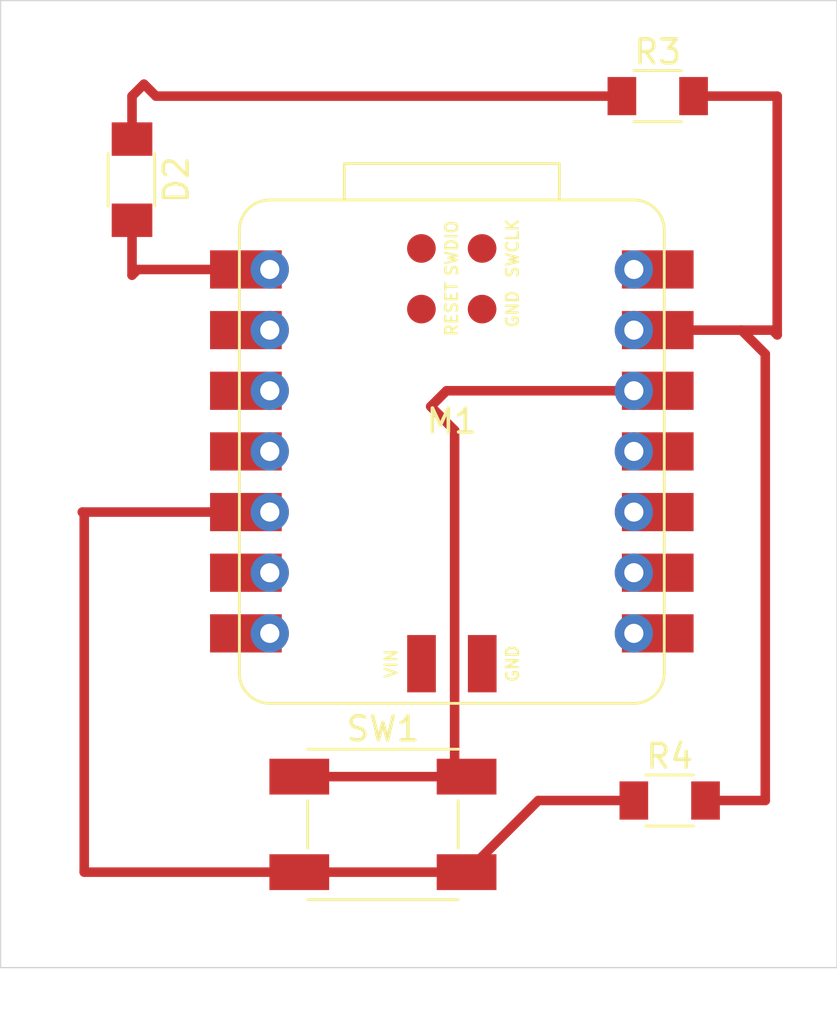
<source format=kicad_pcb>
(kicad_pcb (version 20241229) (generator "pcbnew") (generator_version "9.0")
  (layers (0 "F.Cu" signal) (2 "B.Cu" signal) (13 "F.Paste" user) (15 "B.Paste" user) (5 "F.SilkS" user "F.Silkscreen") (7 "B.SilkS" user "B.Silkscreen") (1 "F.Mask" user) (3 "B.Mask" user) (25 "Edge.Cuts" user))
  (net 0 "")
  (net 2 "Net-(M1-D4)")
  (net 4 "Net-(M1-3V3)")
  (net 9 "Net-(M1-GND-Pad13)")
  (net 20 "Net-(D2-A)")
  (net 21 "Net-(D2-K)")
  (footprint "fab:LED_1206" (layer "F.Cu") (at 112.5 67.5 -90)
    (property "Reference" "D2" (at 0 -1.85 90) (layer "F.SilkS"))
    (property "Value" "LED_1206")
    (fp_line (start -1.1 1) (end 1.1 1) (stroke (width 0.12)) (layer "F.SilkS"))
    (fp_line (start -1.1 -0.95) (end 1.1 -0.95) (stroke (width 0.12)) (layer "F.SilkS"))
    (pad "1" smd rect (at -1.7 0 270) (size 1.4 1.7) (layers "F.Cu" "F.Mask" "F.Paste") (net 21 "Net-(D2-K)"))
    (pad "2" smd rect (at 1.7 0 270) (size 1.4 1.7) (layers "F.Cu" "F.Mask" "F.Paste") (net 20 "Net-(D2-A)"))
  )
  (footprint "fab:Button_Omron_B3SN_6.0x6.0mm" (layer "F.Cu") (at 123 94.5)
    (property "Reference" "SW1" (at 0 -4 0) (layer "F.SilkS"))
    (property "Value" "Switch_Tactile_Omron")
    (fp_line (start -3.15 -3.15) (end 3.15 -3.15) (stroke (width 0.12)) (layer "F.SilkS"))
    (fp_line (start -3.15 1) (end -3.15 -1) (stroke (width 0.12)) (layer "F.SilkS"))
    (fp_line (start 3.15 -1) (end 3.15 1) (stroke (width 0.12)) (layer "F.SilkS"))
    (fp_line (start 3.15 3.15) (end -3.15 3.15) (stroke (width 0.12)) (layer "F.SilkS"))
    (pad "1" smd rect (at -3.5 -2) (size 2.5 1.5) (layers "F.Cu" "F.Mask" "F.Paste") (net 4 "Net-(M1-3V3)"))
    (pad "1" smd rect (at 3.5 -2) (size 2.5 1.5) (layers "F.Cu" "F.Mask" "F.Paste") (net 4 "Net-(M1-3V3)"))
    (pad "2" smd rect (at -3.5 2) (size 2.5 1.5) (layers "F.Cu" "F.Mask" "F.Paste") (net 2 "Net-(M1-D4)"))
    (pad "2" smd rect (at 3.5 2) (size 2.5 1.5) (layers "F.Cu" "F.Mask" "F.Paste") (net 2 "Net-(M1-D4)"))
  )
  (footprint "fab:R_1206" (layer "F.Cu") (at 134.5 64)
    (property "Reference" "R3" (at 0 -1.85 0) (layer "F.SilkS"))
    (property "Value" "R_1206")
    (fp_line (start -1 -1.07) (end 1 -1.07) (stroke (width 0.12)) (layer "F.SilkS"))
    (fp_line (start 1 1.07) (end -1 1.07) (stroke (width 0.12)) (layer "F.SilkS"))
    (pad "1" smd rect (at -1.5 0) (size 1.2 1.6) (layers "F.Cu" "F.Mask" "F.Paste") (net 21 "Net-(D2-K)"))
    (pad "2" smd rect (at 1.5 0) (size 1.2 1.6) (layers "F.Cu" "F.Mask" "F.Paste") (net 9 "Net-(M1-GND-Pad13)"))
  )
  (footprint "fab:SeeedStudio_XIAO_RP2040" (layer "F.Cu") (at 125.88 78.88)
    (property "Reference" "M1" (at 0 -1.27 0) (layer "F.SilkS"))
    (property "Value" "Module_XIAO-RP2040")
    (fp_line (start -8.8875 9.281) (end -8.8875 -9.261) (stroke (width 0.12)) (layer "F.SilkS"))
    (fp_line (start -7.6175 -10.531) (end 7.6225 -10.531) (stroke (width 0.12)) (layer "F.SilkS"))
    (fp_line (start 7.6225 10.551) (end -7.6175 10.551) (stroke (width 0.12)) (layer "F.SilkS"))
    (fp_line (start 8.8925 -9.261) (end 8.8925 9.281) (stroke (width 0.12)) (layer "F.SilkS"))
    (fp_rect (start -4.4975 -10.531) (end 4.5025 -12.055) (stroke (width 0.12)) (fill no) (layer "F.SilkS"))
    (fp_arc (start -8.8875 -9.261) (mid -8.515526 -10.159026) (end -7.6175 -10.531) (stroke (width 0.12)) (layer "F.SilkS"))
    (fp_arc (start -7.6175 10.551) (mid -8.515526 10.179026) (end -8.8875 9.281) (stroke (width 0.12)) (layer "F.SilkS"))
    (fp_arc (start 7.6225 -10.531) (mid 8.520526 -10.159026) (end 8.8925 -9.261) (stroke (width 0.12)) (layer "F.SilkS"))
    (fp_arc (start 8.8925 9.281) (mid 8.520526 10.179026) (end 7.6225 10.551) (stroke (width 0.12)) (layer "F.SilkS"))
    (fp_text user "GND" (at 2.545 8.89 90) (layer "F.SilkS") (effects (font (size 0.5 0.5) (thickness 0.1) (bold yes))))
    (fp_text user "SWDIO" (at 0 -8.5 90) (layer "F.SilkS") (effects (font (size 0.5 0.5) (thickness 0.1) (bold yes))))
    (fp_text user "VIN" (at -2.535 8.89 90) (layer "F.SilkS") (effects (font (size 0.5 0.5) (thickness 0.1) (bold yes))))
    (fp_text user "RESET" (at 0 -5.96 90) (layer "F.SilkS") (effects (font (size 0.5 0.5) (thickness 0.1) (bold yes))))
    (fp_text user "GND" (at 2.54 -5.96 90) (layer "F.SilkS") (effects (font (size 0.5 0.5) (thickness 0.1) (bold yes))))
    (fp_text user "SWCLK" (at 2.54 -8.5 90) (layer "F.SilkS") (effects (font (size 0.5 0.5) (thickness 0.1) (bold yes))))
    (pad "1" thru_hole circle (at -7.615 -7.62) (size 1.6 1.6) (drill 0.8) (layers "*.Cu" "*.Mask") (net 20 "Net-(D2-A)"))
    (pad "1" smd rect (at -7.615 -7.62) (size 3 1.6) (drill (offset -1 0)) (layers "F.Cu" "F.Mask" "F.Paste") (net 20 "Net-(D2-A)"))
    (pad "2" thru_hole circle (at -7.615 -5.08) (size 1.6 1.6) (drill 0.8) (layers "*.Cu" "*.Mask"))
    (pad "2" smd rect (at -7.615 -5.08) (size 3 1.6) (drill (offset -1 0)) (layers "F.Cu" "F.Mask" "F.Paste"))
    (pad "3" thru_hole circle (at -7.615 -2.54) (size 1.6 1.6) (drill 0.8) (layers "*.Cu" "*.Mask"))
    (pad "3" smd rect (at -7.615 -2.54) (size 3 1.6) (drill (offset -1 0)) (layers "F.Cu" "F.Mask" "F.Paste"))
    (pad "4" thru_hole circle (at -7.615 0) (size 1.6 1.6) (drill 0.8) (layers "*.Cu" "*.Mask"))
    (pad "4" smd rect (at -7.615 0) (size 3 1.6) (drill (offset -1 0)) (layers "F.Cu" "F.Mask" "F.Paste"))
    (pad "5" thru_hole circle (at -7.615 2.54) (size 1.6 1.6) (drill 0.8) (layers "*.Cu" "*.Mask") (net 2 "Net-(M1-D4)"))
    (pad "5" smd rect (at -7.615 2.54) (size 3 1.6) (drill (offset -1 0)) (layers "F.Cu" "F.Mask" "F.Paste") (net 2 "Net-(M1-D4)"))
    (pad "6" thru_hole circle (at -7.615 5.08) (size 1.6 1.6) (drill 0.8) (layers "*.Cu" "*.Mask"))
    (pad "6" smd rect (at -7.615 5.08) (size 3 1.6) (drill (offset -1 0)) (layers "F.Cu" "F.Mask" "F.Paste"))
    (pad "7" thru_hole circle (at -7.615 7.62) (size 1.6 1.6) (drill 0.8) (layers "*.Cu" "*.Mask"))
    (pad "7" smd rect (at -7.615 7.62) (size 3 1.6) (drill (offset -1 0)) (layers "F.Cu" "F.Mask" "F.Paste"))
    (pad "8" thru_hole circle (at 7.62 7.62) (size 1.6 1.6) (drill 0.8) (layers "*.Cu" "*.Mask"))
    (pad "8" smd rect (at 7.62 7.62) (size 3 1.6) (drill (offset 1 0)) (layers "F.Cu" "F.Mask" "F.Paste"))
    (pad "9" thru_hole circle (at 7.62 5.08) (size 1.6 1.6) (drill 0.8) (layers "*.Cu" "*.Mask"))
    (pad "9" smd rect (at 7.62 5.08) (size 3 1.6) (drill (offset 1 0)) (layers "F.Cu" "F.Mask" "F.Paste"))
    (pad "10" thru_hole circle (at 7.62 2.54) (size 1.6 1.6) (drill 0.8) (layers "*.Cu" "*.Mask"))
    (pad "10" smd rect (at 7.62 2.54) (size 3 1.6) (drill (offset 1 0)) (layers "F.Cu" "F.Mask" "F.Paste"))
    (pad "11" thru_hole circle (at 7.62 0) (size 1.6 1.6) (drill 0.8) (layers "*.Cu" "*.Mask"))
    (pad "11" smd rect (at 7.62 0) (size 3 1.6) (drill (offset 1 0)) (layers "F.Cu" "F.Mask" "F.Paste"))
    (pad "12" thru_hole circle (at 7.62 -2.54) (size 1.6 1.6) (drill 0.8) (layers "*.Cu" "*.Mask") (net 4 "Net-(M1-3V3)"))
    (pad "12" smd rect (at 7.62 -2.54) (size 3 1.6) (drill (offset 1 0)) (layers "F.Cu" "F.Mask" "F.Paste") (net 4 "Net-(M1-3V3)"))
    (pad "13" thru_hole circle (at 7.62 -5.08) (size 1.6 1.6) (drill 0.8) (layers "*.Cu" "*.Mask") (net 9 "Net-(M1-GND-Pad13)"))
    (pad "13" smd rect (at 7.62 -5.08) (size 3 1.6) (drill (offset 1 0)) (layers "F.Cu" "F.Mask" "F.Paste") (net 9 "Net-(M1-GND-Pad13)"))
    (pad "14" thru_hole circle (at 7.62 -7.62) (size 1.6 1.6) (drill 0.8) (layers "*.Cu" "*.Mask"))
    (pad "14" smd rect (at 7.62 -7.62) (size 3 1.6) (drill (offset 1 0)) (layers "F.Cu" "F.Mask" "F.Paste"))
    (pad "15" smd rect (at 1.275 8.89 270) (size 2.4 1.2) (layers "F.Cu" "F.Mask" "F.Paste"))
    (pad "16" smd rect (at -1.265 8.89 270) (size 2.4 1.2) (layers "F.Cu" "F.Mask" "F.Paste"))
    (pad "17" smd circle (at -1.27 -8.5) (size 1.2 1.2) (layers "F.Cu" "F.Mask" "F.Paste"))
    (pad "18" smd circle (at -1.27 -5.96) (size 1.2 1.2) (layers "F.Cu" "F.Mask" "F.Paste"))
    (pad "19" smd circle (at 1.27 -5.96) (size 1.2 1.2) (layers "F.Cu" "F.Mask" "F.Paste"))
    (pad "20" smd circle (at 1.27 -8.5) (size 1.2 1.2) (layers "F.Cu" "F.Mask" "F.Paste"))
  )
  (footprint "fab:R_1206" (layer "F.Cu") (at 135 93.5)
    (property "Reference" "R4" (at 0 -1.85 0) (layer "F.SilkS"))
    (property "Value" "R_1206")
    (fp_line (start -1 -1.07) (end 1 -1.07) (stroke (width 0.12)) (layer "F.SilkS"))
    (fp_line (start 1 1.07) (end -1 1.07) (stroke (width 0.12)) (layer "F.SilkS"))
    (pad "1" smd rect (at -1.5 0) (size 1.2 1.6) (layers "F.Cu" "F.Mask" "F.Paste") (net 2 "Net-(M1-D4)"))
    (pad "2" smd rect (at 1.5 0) (size 1.2 1.6) (layers "F.Cu" "F.Mask" "F.Paste") (net 9 "Net-(M1-GND-Pad13)"))
  )
  (gr_rect (start 107 60) (end 142 100.5) (stroke (width 0.05)) (fill no) (layer "Edge.Cuts"))
  (segment (start 119.5 96.5) (end 110.5 96.5) (width 0.4) (layer "F.Cu") (net 2))
  (segment (start 110.5 96.5) (end 110.5 81.5) (width 0.4) (layer "F.Cu") (net 2))
  (segment (start 110.42 81.42) (end 118.265 81.42) (width 0.4) (layer "F.Cu") (net 2))
  (segment (start 133.5 93.5) (end 129.5 93.5) (width 0.4) (layer "F.Cu") (net 2))
  (segment (start 129.5 93.5) (end 126.5 96.5) (width 0.4) (layer "F.Cu") (net 2))
  (segment (start 119.5 96.5) (end 126.5 96.5) (width 0.4) (layer "F.Cu") (net 2))
  (segment (start 110.5 81.5) (end 110.42 81.42) (width 0.4) (layer "F.Cu") (net 2))
  (segment (start 126.5 92.5) (end 126 92) (width 0.4) (layer "F.Cu") (net 4))
  (segment (start 119.5 92.5) (end 126.5 92.5) (width 0.4) (layer "F.Cu") (net 4))
  (segment (start 125 77) (end 125.66 76.34) (width 0.4) (layer "F.Cu") (net 4))
  (segment (start 126 78) (end 125 77) (width 0.4) (layer "F.Cu") (net 4))
  (segment (start 125.66 76.34) (end 133.5 76.34) (width 0.4) (layer "F.Cu") (net 4))
  (segment (start 126 92) (end 126 78) (width 0.4) (layer "F.Cu") (net 4))
  (segment (start 139.5 64) (end 139.5 74) (width 0.4) (layer "F.Cu") (net 9))
  (segment (start 139.5 64) (end 136 64) (width 0.4) (layer "F.Cu") (net 9))
  (segment (start 139 74.8) (end 138 73.8) (width 0.4) (layer "F.Cu") (net 9))
  (segment (start 139 93.5) (end 139 74.8) (width 0.4) (layer "F.Cu") (net 9))
  (segment (start 136.5 93.5) (end 139 93.5) (width 0.4) (layer "F.Cu") (net 9))
  (segment (start 139.3 73.8) (end 138 73.8) (width 0.4) (layer "F.Cu") (net 9))
  (segment (start 138 73.8) (end 133.5 73.8) (width 0.4) (layer "F.Cu") (net 9))
  (segment (start 139.5 74) (end 139.3 73.8) (width 0.4) (layer "F.Cu") (net 9))
  (segment (start 112.74 71.26) (end 112.5 71.5) (width 0.4) (layer "F.Cu") (net 20))
  (segment (start 118.265 71.26) (end 112.74 71.26) (width 0.4) (layer "F.Cu") (net 20))
  (segment (start 112.5 71.5) (end 112.5 69.2) (width 0.4) (layer "F.Cu") (net 20))
  (segment (start 112.5 64) (end 112.5 65.8) (width 0.4) (layer "F.Cu") (net 21))
  (segment (start 133 64) (end 113.5 64) (width 0.4) (layer "F.Cu") (net 21))
  (segment (start 113.5 64) (end 113 63.5) (width 0.4) (layer "F.Cu") (net 21))
  (segment (start 113 63.5) (end 112.5 64) (width 0.4) (layer "F.Cu") (net 21))
)
</source>
